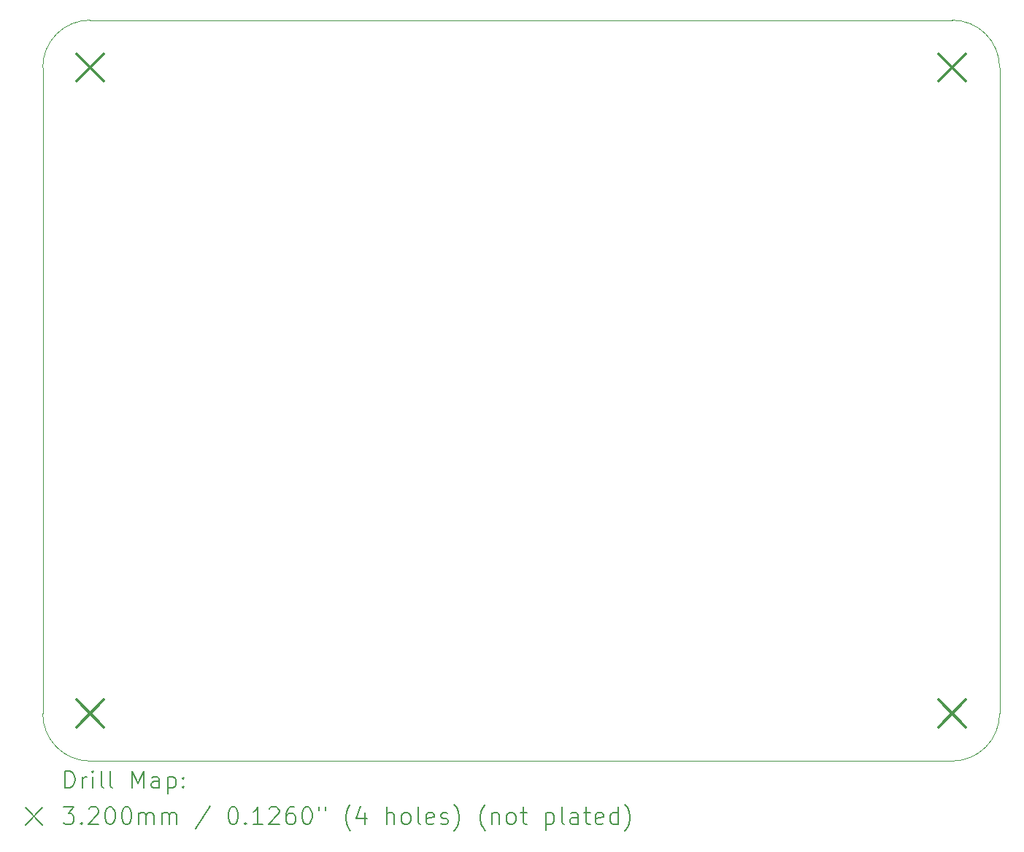
<source format=gbr>
%TF.GenerationSoftware,KiCad,Pcbnew,9.0.0*%
%TF.CreationDate,2025-03-31T20:13:17+09:00*%
%TF.ProjectId,circuit-sugoi-tsuyoi-machine,63697263-7569-4742-9d73-75676f692d74,rev?*%
%TF.SameCoordinates,Original*%
%TF.FileFunction,Drillmap*%
%TF.FilePolarity,Positive*%
%FSLAX45Y45*%
G04 Gerber Fmt 4.5, Leading zero omitted, Abs format (unit mm)*
G04 Created by KiCad (PCBNEW 9.0.0) date 2025-03-31 20:13:17*
%MOMM*%
%LPD*%
G01*
G04 APERTURE LIST*
%ADD10C,0.050000*%
%ADD11C,0.200000*%
%ADD12C,0.320000*%
G04 APERTURE END LIST*
D10*
X19700000Y-5700000D02*
X19700000Y-13200000D01*
X9150000Y-13750000D02*
G75*
G02*
X8600000Y-13200000I0J550000D01*
G01*
X19150000Y-13750000D02*
X9150000Y-13750000D01*
X19150000Y-5150000D02*
G75*
G02*
X19700000Y-5700000I0J-550000D01*
G01*
X8600000Y-13200000D02*
X8600000Y-5700000D01*
X8600000Y-5700000D02*
G75*
G02*
X9150000Y-5150000I550000J0D01*
G01*
X19700000Y-13200000D02*
G75*
G02*
X19150000Y-13750000I-550000J0D01*
G01*
X9150000Y-5150000D02*
X19150000Y-5150000D01*
D11*
D12*
X8990000Y-5540000D02*
X9310000Y-5860000D01*
X9310000Y-5540000D02*
X8990000Y-5860000D01*
X8990000Y-13040000D02*
X9310000Y-13360000D01*
X9310000Y-13040000D02*
X8990000Y-13360000D01*
X18990000Y-5540000D02*
X19310000Y-5860000D01*
X19310000Y-5540000D02*
X18990000Y-5860000D01*
X18990000Y-13040000D02*
X19310000Y-13360000D01*
X19310000Y-13040000D02*
X18990000Y-13360000D01*
D11*
X8858277Y-14063984D02*
X8858277Y-13863984D01*
X8858277Y-13863984D02*
X8905896Y-13863984D01*
X8905896Y-13863984D02*
X8934467Y-13873508D01*
X8934467Y-13873508D02*
X8953515Y-13892555D01*
X8953515Y-13892555D02*
X8963039Y-13911603D01*
X8963039Y-13911603D02*
X8972563Y-13949698D01*
X8972563Y-13949698D02*
X8972563Y-13978269D01*
X8972563Y-13978269D02*
X8963039Y-14016365D01*
X8963039Y-14016365D02*
X8953515Y-14035412D01*
X8953515Y-14035412D02*
X8934467Y-14054460D01*
X8934467Y-14054460D02*
X8905896Y-14063984D01*
X8905896Y-14063984D02*
X8858277Y-14063984D01*
X9058277Y-14063984D02*
X9058277Y-13930650D01*
X9058277Y-13968746D02*
X9067801Y-13949698D01*
X9067801Y-13949698D02*
X9077324Y-13940174D01*
X9077324Y-13940174D02*
X9096372Y-13930650D01*
X9096372Y-13930650D02*
X9115420Y-13930650D01*
X9182086Y-14063984D02*
X9182086Y-13930650D01*
X9182086Y-13863984D02*
X9172563Y-13873508D01*
X9172563Y-13873508D02*
X9182086Y-13883031D01*
X9182086Y-13883031D02*
X9191610Y-13873508D01*
X9191610Y-13873508D02*
X9182086Y-13863984D01*
X9182086Y-13863984D02*
X9182086Y-13883031D01*
X9305896Y-14063984D02*
X9286848Y-14054460D01*
X9286848Y-14054460D02*
X9277324Y-14035412D01*
X9277324Y-14035412D02*
X9277324Y-13863984D01*
X9410658Y-14063984D02*
X9391610Y-14054460D01*
X9391610Y-14054460D02*
X9382086Y-14035412D01*
X9382086Y-14035412D02*
X9382086Y-13863984D01*
X9639229Y-14063984D02*
X9639229Y-13863984D01*
X9639229Y-13863984D02*
X9705896Y-14006841D01*
X9705896Y-14006841D02*
X9772563Y-13863984D01*
X9772563Y-13863984D02*
X9772563Y-14063984D01*
X9953515Y-14063984D02*
X9953515Y-13959222D01*
X9953515Y-13959222D02*
X9943991Y-13940174D01*
X9943991Y-13940174D02*
X9924944Y-13930650D01*
X9924944Y-13930650D02*
X9886848Y-13930650D01*
X9886848Y-13930650D02*
X9867801Y-13940174D01*
X9953515Y-14054460D02*
X9934467Y-14063984D01*
X9934467Y-14063984D02*
X9886848Y-14063984D01*
X9886848Y-14063984D02*
X9867801Y-14054460D01*
X9867801Y-14054460D02*
X9858277Y-14035412D01*
X9858277Y-14035412D02*
X9858277Y-14016365D01*
X9858277Y-14016365D02*
X9867801Y-13997317D01*
X9867801Y-13997317D02*
X9886848Y-13987793D01*
X9886848Y-13987793D02*
X9934467Y-13987793D01*
X9934467Y-13987793D02*
X9953515Y-13978269D01*
X10048753Y-13930650D02*
X10048753Y-14130650D01*
X10048753Y-13940174D02*
X10067801Y-13930650D01*
X10067801Y-13930650D02*
X10105896Y-13930650D01*
X10105896Y-13930650D02*
X10124944Y-13940174D01*
X10124944Y-13940174D02*
X10134467Y-13949698D01*
X10134467Y-13949698D02*
X10143991Y-13968746D01*
X10143991Y-13968746D02*
X10143991Y-14025888D01*
X10143991Y-14025888D02*
X10134467Y-14044936D01*
X10134467Y-14044936D02*
X10124944Y-14054460D01*
X10124944Y-14054460D02*
X10105896Y-14063984D01*
X10105896Y-14063984D02*
X10067801Y-14063984D01*
X10067801Y-14063984D02*
X10048753Y-14054460D01*
X10229705Y-14044936D02*
X10239229Y-14054460D01*
X10239229Y-14054460D02*
X10229705Y-14063984D01*
X10229705Y-14063984D02*
X10220182Y-14054460D01*
X10220182Y-14054460D02*
X10229705Y-14044936D01*
X10229705Y-14044936D02*
X10229705Y-14063984D01*
X10229705Y-13940174D02*
X10239229Y-13949698D01*
X10239229Y-13949698D02*
X10229705Y-13959222D01*
X10229705Y-13959222D02*
X10220182Y-13949698D01*
X10220182Y-13949698D02*
X10229705Y-13940174D01*
X10229705Y-13940174D02*
X10229705Y-13959222D01*
X8397500Y-14292500D02*
X8597500Y-14492500D01*
X8597500Y-14292500D02*
X8397500Y-14492500D01*
X8839229Y-14283984D02*
X8963039Y-14283984D01*
X8963039Y-14283984D02*
X8896372Y-14360174D01*
X8896372Y-14360174D02*
X8924944Y-14360174D01*
X8924944Y-14360174D02*
X8943991Y-14369698D01*
X8943991Y-14369698D02*
X8953515Y-14379222D01*
X8953515Y-14379222D02*
X8963039Y-14398269D01*
X8963039Y-14398269D02*
X8963039Y-14445888D01*
X8963039Y-14445888D02*
X8953515Y-14464936D01*
X8953515Y-14464936D02*
X8943991Y-14474460D01*
X8943991Y-14474460D02*
X8924944Y-14483984D01*
X8924944Y-14483984D02*
X8867801Y-14483984D01*
X8867801Y-14483984D02*
X8848753Y-14474460D01*
X8848753Y-14474460D02*
X8839229Y-14464936D01*
X9048753Y-14464936D02*
X9058277Y-14474460D01*
X9058277Y-14474460D02*
X9048753Y-14483984D01*
X9048753Y-14483984D02*
X9039229Y-14474460D01*
X9039229Y-14474460D02*
X9048753Y-14464936D01*
X9048753Y-14464936D02*
X9048753Y-14483984D01*
X9134467Y-14303031D02*
X9143991Y-14293508D01*
X9143991Y-14293508D02*
X9163039Y-14283984D01*
X9163039Y-14283984D02*
X9210658Y-14283984D01*
X9210658Y-14283984D02*
X9229705Y-14293508D01*
X9229705Y-14293508D02*
X9239229Y-14303031D01*
X9239229Y-14303031D02*
X9248753Y-14322079D01*
X9248753Y-14322079D02*
X9248753Y-14341127D01*
X9248753Y-14341127D02*
X9239229Y-14369698D01*
X9239229Y-14369698D02*
X9124944Y-14483984D01*
X9124944Y-14483984D02*
X9248753Y-14483984D01*
X9372563Y-14283984D02*
X9391610Y-14283984D01*
X9391610Y-14283984D02*
X9410658Y-14293508D01*
X9410658Y-14293508D02*
X9420182Y-14303031D01*
X9420182Y-14303031D02*
X9429705Y-14322079D01*
X9429705Y-14322079D02*
X9439229Y-14360174D01*
X9439229Y-14360174D02*
X9439229Y-14407793D01*
X9439229Y-14407793D02*
X9429705Y-14445888D01*
X9429705Y-14445888D02*
X9420182Y-14464936D01*
X9420182Y-14464936D02*
X9410658Y-14474460D01*
X9410658Y-14474460D02*
X9391610Y-14483984D01*
X9391610Y-14483984D02*
X9372563Y-14483984D01*
X9372563Y-14483984D02*
X9353515Y-14474460D01*
X9353515Y-14474460D02*
X9343991Y-14464936D01*
X9343991Y-14464936D02*
X9334467Y-14445888D01*
X9334467Y-14445888D02*
X9324944Y-14407793D01*
X9324944Y-14407793D02*
X9324944Y-14360174D01*
X9324944Y-14360174D02*
X9334467Y-14322079D01*
X9334467Y-14322079D02*
X9343991Y-14303031D01*
X9343991Y-14303031D02*
X9353515Y-14293508D01*
X9353515Y-14293508D02*
X9372563Y-14283984D01*
X9563039Y-14283984D02*
X9582086Y-14283984D01*
X9582086Y-14283984D02*
X9601134Y-14293508D01*
X9601134Y-14293508D02*
X9610658Y-14303031D01*
X9610658Y-14303031D02*
X9620182Y-14322079D01*
X9620182Y-14322079D02*
X9629705Y-14360174D01*
X9629705Y-14360174D02*
X9629705Y-14407793D01*
X9629705Y-14407793D02*
X9620182Y-14445888D01*
X9620182Y-14445888D02*
X9610658Y-14464936D01*
X9610658Y-14464936D02*
X9601134Y-14474460D01*
X9601134Y-14474460D02*
X9582086Y-14483984D01*
X9582086Y-14483984D02*
X9563039Y-14483984D01*
X9563039Y-14483984D02*
X9543991Y-14474460D01*
X9543991Y-14474460D02*
X9534467Y-14464936D01*
X9534467Y-14464936D02*
X9524944Y-14445888D01*
X9524944Y-14445888D02*
X9515420Y-14407793D01*
X9515420Y-14407793D02*
X9515420Y-14360174D01*
X9515420Y-14360174D02*
X9524944Y-14322079D01*
X9524944Y-14322079D02*
X9534467Y-14303031D01*
X9534467Y-14303031D02*
X9543991Y-14293508D01*
X9543991Y-14293508D02*
X9563039Y-14283984D01*
X9715420Y-14483984D02*
X9715420Y-14350650D01*
X9715420Y-14369698D02*
X9724944Y-14360174D01*
X9724944Y-14360174D02*
X9743991Y-14350650D01*
X9743991Y-14350650D02*
X9772563Y-14350650D01*
X9772563Y-14350650D02*
X9791610Y-14360174D01*
X9791610Y-14360174D02*
X9801134Y-14379222D01*
X9801134Y-14379222D02*
X9801134Y-14483984D01*
X9801134Y-14379222D02*
X9810658Y-14360174D01*
X9810658Y-14360174D02*
X9829705Y-14350650D01*
X9829705Y-14350650D02*
X9858277Y-14350650D01*
X9858277Y-14350650D02*
X9877325Y-14360174D01*
X9877325Y-14360174D02*
X9886848Y-14379222D01*
X9886848Y-14379222D02*
X9886848Y-14483984D01*
X9982086Y-14483984D02*
X9982086Y-14350650D01*
X9982086Y-14369698D02*
X9991610Y-14360174D01*
X9991610Y-14360174D02*
X10010658Y-14350650D01*
X10010658Y-14350650D02*
X10039229Y-14350650D01*
X10039229Y-14350650D02*
X10058277Y-14360174D01*
X10058277Y-14360174D02*
X10067801Y-14379222D01*
X10067801Y-14379222D02*
X10067801Y-14483984D01*
X10067801Y-14379222D02*
X10077325Y-14360174D01*
X10077325Y-14360174D02*
X10096372Y-14350650D01*
X10096372Y-14350650D02*
X10124944Y-14350650D01*
X10124944Y-14350650D02*
X10143991Y-14360174D01*
X10143991Y-14360174D02*
X10153515Y-14379222D01*
X10153515Y-14379222D02*
X10153515Y-14483984D01*
X10543991Y-14274460D02*
X10372563Y-14531603D01*
X10801134Y-14283984D02*
X10820182Y-14283984D01*
X10820182Y-14283984D02*
X10839229Y-14293508D01*
X10839229Y-14293508D02*
X10848753Y-14303031D01*
X10848753Y-14303031D02*
X10858277Y-14322079D01*
X10858277Y-14322079D02*
X10867801Y-14360174D01*
X10867801Y-14360174D02*
X10867801Y-14407793D01*
X10867801Y-14407793D02*
X10858277Y-14445888D01*
X10858277Y-14445888D02*
X10848753Y-14464936D01*
X10848753Y-14464936D02*
X10839229Y-14474460D01*
X10839229Y-14474460D02*
X10820182Y-14483984D01*
X10820182Y-14483984D02*
X10801134Y-14483984D01*
X10801134Y-14483984D02*
X10782087Y-14474460D01*
X10782087Y-14474460D02*
X10772563Y-14464936D01*
X10772563Y-14464936D02*
X10763039Y-14445888D01*
X10763039Y-14445888D02*
X10753515Y-14407793D01*
X10753515Y-14407793D02*
X10753515Y-14360174D01*
X10753515Y-14360174D02*
X10763039Y-14322079D01*
X10763039Y-14322079D02*
X10772563Y-14303031D01*
X10772563Y-14303031D02*
X10782087Y-14293508D01*
X10782087Y-14293508D02*
X10801134Y-14283984D01*
X10953515Y-14464936D02*
X10963039Y-14474460D01*
X10963039Y-14474460D02*
X10953515Y-14483984D01*
X10953515Y-14483984D02*
X10943991Y-14474460D01*
X10943991Y-14474460D02*
X10953515Y-14464936D01*
X10953515Y-14464936D02*
X10953515Y-14483984D01*
X11153515Y-14483984D02*
X11039229Y-14483984D01*
X11096372Y-14483984D02*
X11096372Y-14283984D01*
X11096372Y-14283984D02*
X11077325Y-14312555D01*
X11077325Y-14312555D02*
X11058277Y-14331603D01*
X11058277Y-14331603D02*
X11039229Y-14341127D01*
X11229706Y-14303031D02*
X11239229Y-14293508D01*
X11239229Y-14293508D02*
X11258277Y-14283984D01*
X11258277Y-14283984D02*
X11305896Y-14283984D01*
X11305896Y-14283984D02*
X11324944Y-14293508D01*
X11324944Y-14293508D02*
X11334467Y-14303031D01*
X11334467Y-14303031D02*
X11343991Y-14322079D01*
X11343991Y-14322079D02*
X11343991Y-14341127D01*
X11343991Y-14341127D02*
X11334467Y-14369698D01*
X11334467Y-14369698D02*
X11220182Y-14483984D01*
X11220182Y-14483984D02*
X11343991Y-14483984D01*
X11515420Y-14283984D02*
X11477325Y-14283984D01*
X11477325Y-14283984D02*
X11458277Y-14293508D01*
X11458277Y-14293508D02*
X11448753Y-14303031D01*
X11448753Y-14303031D02*
X11429706Y-14331603D01*
X11429706Y-14331603D02*
X11420182Y-14369698D01*
X11420182Y-14369698D02*
X11420182Y-14445888D01*
X11420182Y-14445888D02*
X11429706Y-14464936D01*
X11429706Y-14464936D02*
X11439229Y-14474460D01*
X11439229Y-14474460D02*
X11458277Y-14483984D01*
X11458277Y-14483984D02*
X11496372Y-14483984D01*
X11496372Y-14483984D02*
X11515420Y-14474460D01*
X11515420Y-14474460D02*
X11524944Y-14464936D01*
X11524944Y-14464936D02*
X11534467Y-14445888D01*
X11534467Y-14445888D02*
X11534467Y-14398269D01*
X11534467Y-14398269D02*
X11524944Y-14379222D01*
X11524944Y-14379222D02*
X11515420Y-14369698D01*
X11515420Y-14369698D02*
X11496372Y-14360174D01*
X11496372Y-14360174D02*
X11458277Y-14360174D01*
X11458277Y-14360174D02*
X11439229Y-14369698D01*
X11439229Y-14369698D02*
X11429706Y-14379222D01*
X11429706Y-14379222D02*
X11420182Y-14398269D01*
X11658277Y-14283984D02*
X11677325Y-14283984D01*
X11677325Y-14283984D02*
X11696372Y-14293508D01*
X11696372Y-14293508D02*
X11705896Y-14303031D01*
X11705896Y-14303031D02*
X11715420Y-14322079D01*
X11715420Y-14322079D02*
X11724944Y-14360174D01*
X11724944Y-14360174D02*
X11724944Y-14407793D01*
X11724944Y-14407793D02*
X11715420Y-14445888D01*
X11715420Y-14445888D02*
X11705896Y-14464936D01*
X11705896Y-14464936D02*
X11696372Y-14474460D01*
X11696372Y-14474460D02*
X11677325Y-14483984D01*
X11677325Y-14483984D02*
X11658277Y-14483984D01*
X11658277Y-14483984D02*
X11639229Y-14474460D01*
X11639229Y-14474460D02*
X11629706Y-14464936D01*
X11629706Y-14464936D02*
X11620182Y-14445888D01*
X11620182Y-14445888D02*
X11610658Y-14407793D01*
X11610658Y-14407793D02*
X11610658Y-14360174D01*
X11610658Y-14360174D02*
X11620182Y-14322079D01*
X11620182Y-14322079D02*
X11629706Y-14303031D01*
X11629706Y-14303031D02*
X11639229Y-14293508D01*
X11639229Y-14293508D02*
X11658277Y-14283984D01*
X11801134Y-14283984D02*
X11801134Y-14322079D01*
X11877325Y-14283984D02*
X11877325Y-14322079D01*
X12172563Y-14560174D02*
X12163039Y-14550650D01*
X12163039Y-14550650D02*
X12143991Y-14522079D01*
X12143991Y-14522079D02*
X12134468Y-14503031D01*
X12134468Y-14503031D02*
X12124944Y-14474460D01*
X12124944Y-14474460D02*
X12115420Y-14426841D01*
X12115420Y-14426841D02*
X12115420Y-14388746D01*
X12115420Y-14388746D02*
X12124944Y-14341127D01*
X12124944Y-14341127D02*
X12134468Y-14312555D01*
X12134468Y-14312555D02*
X12143991Y-14293508D01*
X12143991Y-14293508D02*
X12163039Y-14264936D01*
X12163039Y-14264936D02*
X12172563Y-14255412D01*
X12334468Y-14350650D02*
X12334468Y-14483984D01*
X12286848Y-14274460D02*
X12239229Y-14417317D01*
X12239229Y-14417317D02*
X12363039Y-14417317D01*
X12591610Y-14483984D02*
X12591610Y-14283984D01*
X12677325Y-14483984D02*
X12677325Y-14379222D01*
X12677325Y-14379222D02*
X12667801Y-14360174D01*
X12667801Y-14360174D02*
X12648753Y-14350650D01*
X12648753Y-14350650D02*
X12620182Y-14350650D01*
X12620182Y-14350650D02*
X12601134Y-14360174D01*
X12601134Y-14360174D02*
X12591610Y-14369698D01*
X12801134Y-14483984D02*
X12782087Y-14474460D01*
X12782087Y-14474460D02*
X12772563Y-14464936D01*
X12772563Y-14464936D02*
X12763039Y-14445888D01*
X12763039Y-14445888D02*
X12763039Y-14388746D01*
X12763039Y-14388746D02*
X12772563Y-14369698D01*
X12772563Y-14369698D02*
X12782087Y-14360174D01*
X12782087Y-14360174D02*
X12801134Y-14350650D01*
X12801134Y-14350650D02*
X12829706Y-14350650D01*
X12829706Y-14350650D02*
X12848753Y-14360174D01*
X12848753Y-14360174D02*
X12858277Y-14369698D01*
X12858277Y-14369698D02*
X12867801Y-14388746D01*
X12867801Y-14388746D02*
X12867801Y-14445888D01*
X12867801Y-14445888D02*
X12858277Y-14464936D01*
X12858277Y-14464936D02*
X12848753Y-14474460D01*
X12848753Y-14474460D02*
X12829706Y-14483984D01*
X12829706Y-14483984D02*
X12801134Y-14483984D01*
X12982087Y-14483984D02*
X12963039Y-14474460D01*
X12963039Y-14474460D02*
X12953515Y-14455412D01*
X12953515Y-14455412D02*
X12953515Y-14283984D01*
X13134468Y-14474460D02*
X13115420Y-14483984D01*
X13115420Y-14483984D02*
X13077325Y-14483984D01*
X13077325Y-14483984D02*
X13058277Y-14474460D01*
X13058277Y-14474460D02*
X13048753Y-14455412D01*
X13048753Y-14455412D02*
X13048753Y-14379222D01*
X13048753Y-14379222D02*
X13058277Y-14360174D01*
X13058277Y-14360174D02*
X13077325Y-14350650D01*
X13077325Y-14350650D02*
X13115420Y-14350650D01*
X13115420Y-14350650D02*
X13134468Y-14360174D01*
X13134468Y-14360174D02*
X13143991Y-14379222D01*
X13143991Y-14379222D02*
X13143991Y-14398269D01*
X13143991Y-14398269D02*
X13048753Y-14417317D01*
X13220182Y-14474460D02*
X13239230Y-14483984D01*
X13239230Y-14483984D02*
X13277325Y-14483984D01*
X13277325Y-14483984D02*
X13296372Y-14474460D01*
X13296372Y-14474460D02*
X13305896Y-14455412D01*
X13305896Y-14455412D02*
X13305896Y-14445888D01*
X13305896Y-14445888D02*
X13296372Y-14426841D01*
X13296372Y-14426841D02*
X13277325Y-14417317D01*
X13277325Y-14417317D02*
X13248753Y-14417317D01*
X13248753Y-14417317D02*
X13229706Y-14407793D01*
X13229706Y-14407793D02*
X13220182Y-14388746D01*
X13220182Y-14388746D02*
X13220182Y-14379222D01*
X13220182Y-14379222D02*
X13229706Y-14360174D01*
X13229706Y-14360174D02*
X13248753Y-14350650D01*
X13248753Y-14350650D02*
X13277325Y-14350650D01*
X13277325Y-14350650D02*
X13296372Y-14360174D01*
X13372563Y-14560174D02*
X13382087Y-14550650D01*
X13382087Y-14550650D02*
X13401134Y-14522079D01*
X13401134Y-14522079D02*
X13410658Y-14503031D01*
X13410658Y-14503031D02*
X13420182Y-14474460D01*
X13420182Y-14474460D02*
X13429706Y-14426841D01*
X13429706Y-14426841D02*
X13429706Y-14388746D01*
X13429706Y-14388746D02*
X13420182Y-14341127D01*
X13420182Y-14341127D02*
X13410658Y-14312555D01*
X13410658Y-14312555D02*
X13401134Y-14293508D01*
X13401134Y-14293508D02*
X13382087Y-14264936D01*
X13382087Y-14264936D02*
X13372563Y-14255412D01*
X13734468Y-14560174D02*
X13724944Y-14550650D01*
X13724944Y-14550650D02*
X13705896Y-14522079D01*
X13705896Y-14522079D02*
X13696372Y-14503031D01*
X13696372Y-14503031D02*
X13686849Y-14474460D01*
X13686849Y-14474460D02*
X13677325Y-14426841D01*
X13677325Y-14426841D02*
X13677325Y-14388746D01*
X13677325Y-14388746D02*
X13686849Y-14341127D01*
X13686849Y-14341127D02*
X13696372Y-14312555D01*
X13696372Y-14312555D02*
X13705896Y-14293508D01*
X13705896Y-14293508D02*
X13724944Y-14264936D01*
X13724944Y-14264936D02*
X13734468Y-14255412D01*
X13810658Y-14350650D02*
X13810658Y-14483984D01*
X13810658Y-14369698D02*
X13820182Y-14360174D01*
X13820182Y-14360174D02*
X13839230Y-14350650D01*
X13839230Y-14350650D02*
X13867801Y-14350650D01*
X13867801Y-14350650D02*
X13886849Y-14360174D01*
X13886849Y-14360174D02*
X13896372Y-14379222D01*
X13896372Y-14379222D02*
X13896372Y-14483984D01*
X14020182Y-14483984D02*
X14001134Y-14474460D01*
X14001134Y-14474460D02*
X13991611Y-14464936D01*
X13991611Y-14464936D02*
X13982087Y-14445888D01*
X13982087Y-14445888D02*
X13982087Y-14388746D01*
X13982087Y-14388746D02*
X13991611Y-14369698D01*
X13991611Y-14369698D02*
X14001134Y-14360174D01*
X14001134Y-14360174D02*
X14020182Y-14350650D01*
X14020182Y-14350650D02*
X14048753Y-14350650D01*
X14048753Y-14350650D02*
X14067801Y-14360174D01*
X14067801Y-14360174D02*
X14077325Y-14369698D01*
X14077325Y-14369698D02*
X14086849Y-14388746D01*
X14086849Y-14388746D02*
X14086849Y-14445888D01*
X14086849Y-14445888D02*
X14077325Y-14464936D01*
X14077325Y-14464936D02*
X14067801Y-14474460D01*
X14067801Y-14474460D02*
X14048753Y-14483984D01*
X14048753Y-14483984D02*
X14020182Y-14483984D01*
X14143992Y-14350650D02*
X14220182Y-14350650D01*
X14172563Y-14283984D02*
X14172563Y-14455412D01*
X14172563Y-14455412D02*
X14182087Y-14474460D01*
X14182087Y-14474460D02*
X14201134Y-14483984D01*
X14201134Y-14483984D02*
X14220182Y-14483984D01*
X14439230Y-14350650D02*
X14439230Y-14550650D01*
X14439230Y-14360174D02*
X14458277Y-14350650D01*
X14458277Y-14350650D02*
X14496373Y-14350650D01*
X14496373Y-14350650D02*
X14515420Y-14360174D01*
X14515420Y-14360174D02*
X14524944Y-14369698D01*
X14524944Y-14369698D02*
X14534468Y-14388746D01*
X14534468Y-14388746D02*
X14534468Y-14445888D01*
X14534468Y-14445888D02*
X14524944Y-14464936D01*
X14524944Y-14464936D02*
X14515420Y-14474460D01*
X14515420Y-14474460D02*
X14496373Y-14483984D01*
X14496373Y-14483984D02*
X14458277Y-14483984D01*
X14458277Y-14483984D02*
X14439230Y-14474460D01*
X14648753Y-14483984D02*
X14629706Y-14474460D01*
X14629706Y-14474460D02*
X14620182Y-14455412D01*
X14620182Y-14455412D02*
X14620182Y-14283984D01*
X14810658Y-14483984D02*
X14810658Y-14379222D01*
X14810658Y-14379222D02*
X14801134Y-14360174D01*
X14801134Y-14360174D02*
X14782087Y-14350650D01*
X14782087Y-14350650D02*
X14743992Y-14350650D01*
X14743992Y-14350650D02*
X14724944Y-14360174D01*
X14810658Y-14474460D02*
X14791611Y-14483984D01*
X14791611Y-14483984D02*
X14743992Y-14483984D01*
X14743992Y-14483984D02*
X14724944Y-14474460D01*
X14724944Y-14474460D02*
X14715420Y-14455412D01*
X14715420Y-14455412D02*
X14715420Y-14436365D01*
X14715420Y-14436365D02*
X14724944Y-14417317D01*
X14724944Y-14417317D02*
X14743992Y-14407793D01*
X14743992Y-14407793D02*
X14791611Y-14407793D01*
X14791611Y-14407793D02*
X14810658Y-14398269D01*
X14877325Y-14350650D02*
X14953515Y-14350650D01*
X14905896Y-14283984D02*
X14905896Y-14455412D01*
X14905896Y-14455412D02*
X14915420Y-14474460D01*
X14915420Y-14474460D02*
X14934468Y-14483984D01*
X14934468Y-14483984D02*
X14953515Y-14483984D01*
X15096373Y-14474460D02*
X15077325Y-14483984D01*
X15077325Y-14483984D02*
X15039230Y-14483984D01*
X15039230Y-14483984D02*
X15020182Y-14474460D01*
X15020182Y-14474460D02*
X15010658Y-14455412D01*
X15010658Y-14455412D02*
X15010658Y-14379222D01*
X15010658Y-14379222D02*
X15020182Y-14360174D01*
X15020182Y-14360174D02*
X15039230Y-14350650D01*
X15039230Y-14350650D02*
X15077325Y-14350650D01*
X15077325Y-14350650D02*
X15096373Y-14360174D01*
X15096373Y-14360174D02*
X15105896Y-14379222D01*
X15105896Y-14379222D02*
X15105896Y-14398269D01*
X15105896Y-14398269D02*
X15010658Y-14417317D01*
X15277325Y-14483984D02*
X15277325Y-14283984D01*
X15277325Y-14474460D02*
X15258277Y-14483984D01*
X15258277Y-14483984D02*
X15220182Y-14483984D01*
X15220182Y-14483984D02*
X15201134Y-14474460D01*
X15201134Y-14474460D02*
X15191611Y-14464936D01*
X15191611Y-14464936D02*
X15182087Y-14445888D01*
X15182087Y-14445888D02*
X15182087Y-14388746D01*
X15182087Y-14388746D02*
X15191611Y-14369698D01*
X15191611Y-14369698D02*
X15201134Y-14360174D01*
X15201134Y-14360174D02*
X15220182Y-14350650D01*
X15220182Y-14350650D02*
X15258277Y-14350650D01*
X15258277Y-14350650D02*
X15277325Y-14360174D01*
X15353515Y-14560174D02*
X15363039Y-14550650D01*
X15363039Y-14550650D02*
X15382087Y-14522079D01*
X15382087Y-14522079D02*
X15391611Y-14503031D01*
X15391611Y-14503031D02*
X15401134Y-14474460D01*
X15401134Y-14474460D02*
X15410658Y-14426841D01*
X15410658Y-14426841D02*
X15410658Y-14388746D01*
X15410658Y-14388746D02*
X15401134Y-14341127D01*
X15401134Y-14341127D02*
X15391611Y-14312555D01*
X15391611Y-14312555D02*
X15382087Y-14293508D01*
X15382087Y-14293508D02*
X15363039Y-14264936D01*
X15363039Y-14264936D02*
X15353515Y-14255412D01*
M02*

</source>
